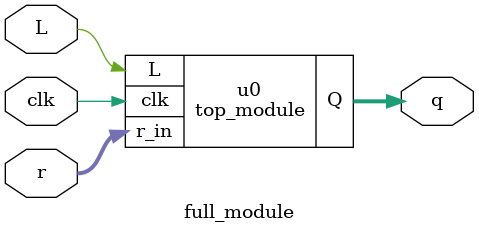
<source format=sv>
module top_module(
    input clk,
    input L,
    input [2:0] r_in,
    output reg [2:0] Q
);

always @(posedge clk) begin
    if (L)
        Q <= r_in;
    else
        Q <= {Q[1] ^ Q[2], Q[0], Q[2]};
end

endmodule
module full_module (
    input [2:0] r,
    input L,
    input clk,
    output reg [2:0] q
);

top_module u0(
    .clk(clk),
    .L(L),
    .r_in(r),
    .Q(q)
);

endmodule

</source>
